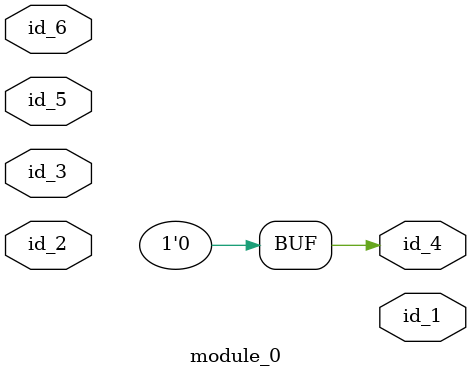
<source format=v>
module module_0 (
    id_1,
    id_2,
    id_3,
    id_4,
    id_5,
    id_6
);
  input id_6;
  inout id_5;
  output id_4;
  inout id_3;
  inout id_2;
  output id_1;
  assign id_4[1'b0] = 1'b0;
endmodule

</source>
